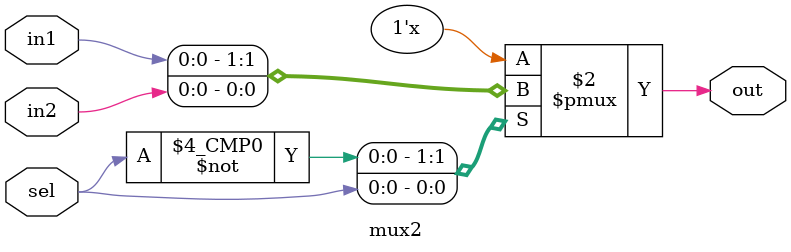
<source format=v>
module mux2
#(parameter WIDTH = 1)
(
	input sel,
	input [WIDTH-1:0] in1,
	input [WIDTH-1:0] in2,
	output reg [WIDTH-1:0] out
);

	always @(*)
	begin
		case(sel)
			0: out = in1;
			1: out = in2;
		endcase
	end

endmodule
</source>
